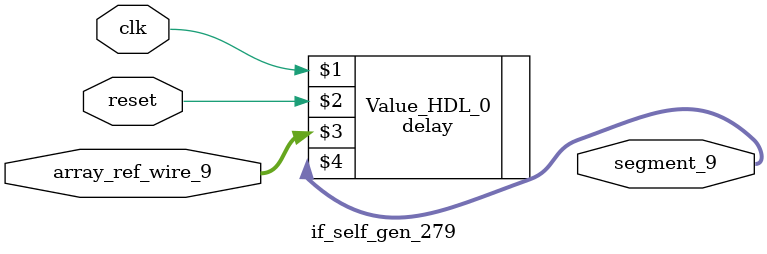
<source format=v>
module if_self_gen_279( input clk, input reset, input [31:0]array_ref_wire_9, output [31:0]segment_9); 
	wire [31:0]segment_9;
	//Proceed with segment_9 = array_ref_wire_9
	delay Value_HDL_0 ( clk, reset, array_ref_wire_9, segment_9);
endmodule
</source>
